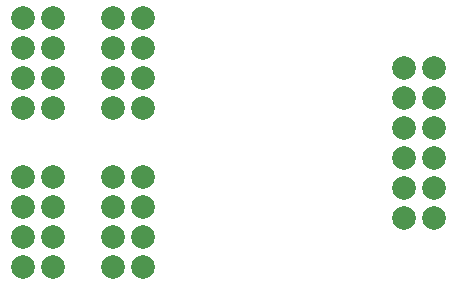
<source format=gbs>
%TF.GenerationSoftware,KiCad,Pcbnew,5.1.6-c6e7f7d~86~ubuntu18.04.1*%
%TF.CreationDate,2020-07-28T10:34:38+01:00*%
%TF.ProjectId,pmod_picoblade,706d6f64-5f70-4696-936f-626c6164652e,rev?*%
%TF.SameCoordinates,Original*%
%TF.FileFunction,Soldermask,Bot*%
%TF.FilePolarity,Negative*%
%FSLAX46Y46*%
G04 Gerber Fmt 4.6, Leading zero omitted, Abs format (unit mm)*
G04 Created by KiCad (PCBNEW 5.1.6-c6e7f7d~86~ubuntu18.04.1) date 2020-07-28 10:34:38*
%MOMM*%
%LPD*%
G01*
G04 APERTURE LIST*
%ADD10C,2.000000*%
G04 APERTURE END LIST*
D10*
%TO.C,J6*%
X110490000Y-66929000D03*
X107950000Y-66929000D03*
X110490000Y-64389000D03*
X107950000Y-64389000D03*
X110490000Y-61849000D03*
X107950000Y-61849000D03*
X110490000Y-59309000D03*
X107950000Y-59309000D03*
%TD*%
%TO.C,J5*%
X100330000Y-59309000D03*
X102870000Y-59309000D03*
X100330000Y-61849000D03*
X102870000Y-61849000D03*
X100330000Y-64389000D03*
X102870000Y-64389000D03*
X100330000Y-66929000D03*
X102870000Y-66929000D03*
%TD*%
%TO.C,J4*%
X132650000Y-63500000D03*
X135190000Y-63500000D03*
X132650000Y-66040000D03*
X135190000Y-66040000D03*
X132650000Y-68580000D03*
X135190000Y-68580000D03*
X132650000Y-71120000D03*
X135190000Y-71120000D03*
X132650000Y-73660000D03*
X135190000Y-73660000D03*
X132650000Y-76200000D03*
X135190000Y-76200000D03*
%TD*%
%TO.C,J2*%
X110490000Y-80391000D03*
X107950000Y-80391000D03*
X110490000Y-77851000D03*
X107950000Y-77851000D03*
X110490000Y-75311000D03*
X107950000Y-75311000D03*
X110490000Y-72771000D03*
X107950000Y-72771000D03*
%TD*%
%TO.C,J1*%
X102870000Y-80391000D03*
X100330000Y-80391000D03*
X102870000Y-77851000D03*
X100330000Y-77851000D03*
X102870000Y-75311000D03*
X100330000Y-75311000D03*
X102870000Y-72771000D03*
X100330000Y-72771000D03*
%TD*%
M02*

</source>
